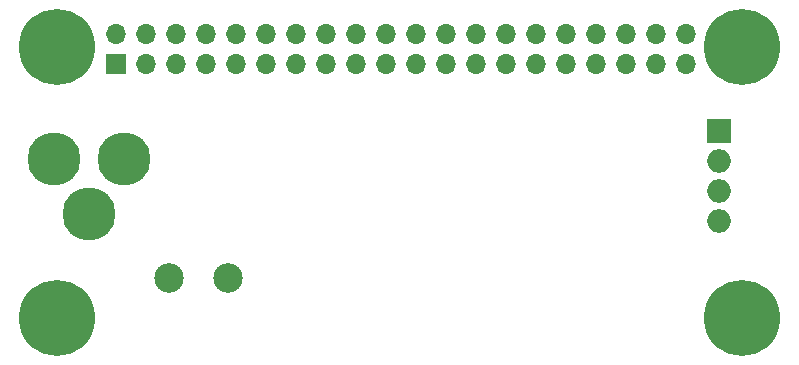
<source format=gbr>
G04 #@! TF.GenerationSoftware,KiCad,Pcbnew,(5.1.2)-2*
G04 #@! TF.CreationDate,2019-08-22T16:24:48-04:00*
G04 #@! TF.ProjectId,PiPixelv2,50695069-7865-46c7-9632-2e6b69636164,rev?*
G04 #@! TF.SameCoordinates,Original*
G04 #@! TF.FileFunction,Soldermask,Bot*
G04 #@! TF.FilePolarity,Negative*
%FSLAX46Y46*%
G04 Gerber Fmt 4.6, Leading zero omitted, Abs format (unit mm)*
G04 Created by KiCad (PCBNEW (5.1.2)-2) date 2019-08-22 16:24:48*
%MOMM*%
%LPD*%
G04 APERTURE LIST*
%ADD10O,1.700000X1.700000*%
%ADD11R,1.700000X1.700000*%
%ADD12C,6.450000*%
%ADD13C,4.500000*%
%ADD14C,2.500000*%
%ADD15O,1.998980X1.998980*%
%ADD16R,1.998980X1.998980*%
G04 APERTURE END LIST*
D10*
X69260000Y-26960000D03*
X69260000Y-29500000D03*
X66720000Y-26960000D03*
X66720000Y-29500000D03*
X64180000Y-26960000D03*
X64180000Y-29500000D03*
X61640000Y-26960000D03*
X61640000Y-29500000D03*
X59100000Y-26960000D03*
X59100000Y-29500000D03*
X56560000Y-26960000D03*
X56560000Y-29500000D03*
X54020000Y-26960000D03*
X54020000Y-29500000D03*
X51480000Y-26960000D03*
X51480000Y-29500000D03*
X48940000Y-26960000D03*
X48940000Y-29500000D03*
X46400000Y-26960000D03*
X46400000Y-29500000D03*
X43860000Y-26960000D03*
X43860000Y-29500000D03*
X41320000Y-26960000D03*
X41320000Y-29500000D03*
X38780000Y-26960000D03*
X38780000Y-29500000D03*
X36240000Y-26960000D03*
X36240000Y-29500000D03*
X33700000Y-26960000D03*
X33700000Y-29500000D03*
X31160000Y-26960000D03*
X31160000Y-29500000D03*
X28620000Y-26960000D03*
X28620000Y-29500000D03*
X26080000Y-26960000D03*
X26080000Y-29500000D03*
X23540000Y-26960000D03*
X23540000Y-29500000D03*
X21000000Y-26960000D03*
D11*
X21000000Y-29500000D03*
D12*
X16000000Y-28000000D03*
X16000000Y-51000000D03*
X74000000Y-51000000D03*
X74000000Y-28000000D03*
D13*
X21700140Y-37500000D03*
X15700660Y-37500000D03*
X18700400Y-42199000D03*
D14*
X25440000Y-47625000D03*
X30440000Y-47625000D03*
D15*
X72000000Y-42810000D03*
D16*
X72000000Y-35190000D03*
D15*
X72000000Y-37730000D03*
X72000000Y-40270000D03*
M02*

</source>
